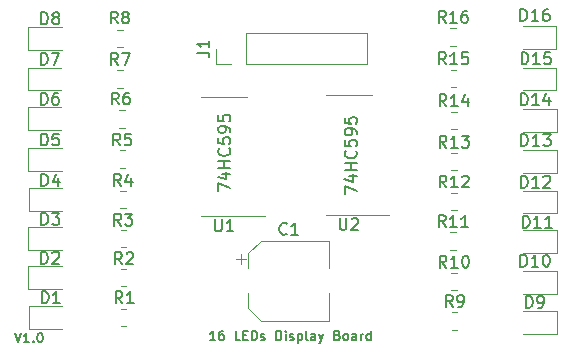
<source format=gbr>
%TF.GenerationSoftware,KiCad,Pcbnew,(6.0.4)*%
%TF.CreationDate,2022-05-29T02:27:13+01:00*%
%TF.ProjectId,16-LED Board,31362d4c-4544-4204-926f-6172642e6b69,V1.0*%
%TF.SameCoordinates,Original*%
%TF.FileFunction,Legend,Top*%
%TF.FilePolarity,Positive*%
%FSLAX46Y46*%
G04 Gerber Fmt 4.6, Leading zero omitted, Abs format (unit mm)*
G04 Created by KiCad (PCBNEW (6.0.4)) date 2022-05-29 02:27:13*
%MOMM*%
%LPD*%
G01*
G04 APERTURE LIST*
%ADD10C,0.200000*%
%ADD11C,0.150000*%
%ADD12C,0.120000*%
G04 APERTURE END LIST*
D10*
X140373895Y-118116304D02*
X139916752Y-118116304D01*
X140145323Y-118116304D02*
X140145323Y-117316304D01*
X140069133Y-117430590D01*
X139992942Y-117506780D01*
X139916752Y-117544876D01*
X141059609Y-117316304D02*
X140907228Y-117316304D01*
X140831038Y-117354400D01*
X140792942Y-117392495D01*
X140716752Y-117506780D01*
X140678657Y-117659161D01*
X140678657Y-117963923D01*
X140716752Y-118040114D01*
X140754847Y-118078209D01*
X140831038Y-118116304D01*
X140983419Y-118116304D01*
X141059609Y-118078209D01*
X141097704Y-118040114D01*
X141135800Y-117963923D01*
X141135800Y-117773447D01*
X141097704Y-117697257D01*
X141059609Y-117659161D01*
X140983419Y-117621066D01*
X140831038Y-117621066D01*
X140754847Y-117659161D01*
X140716752Y-117697257D01*
X140678657Y-117773447D01*
X142469133Y-118116304D02*
X142088180Y-118116304D01*
X142088180Y-117316304D01*
X142735800Y-117697257D02*
X143002466Y-117697257D01*
X143116752Y-118116304D02*
X142735800Y-118116304D01*
X142735800Y-117316304D01*
X143116752Y-117316304D01*
X143459609Y-118116304D02*
X143459609Y-117316304D01*
X143650085Y-117316304D01*
X143764371Y-117354400D01*
X143840561Y-117430590D01*
X143878657Y-117506780D01*
X143916752Y-117659161D01*
X143916752Y-117773447D01*
X143878657Y-117925828D01*
X143840561Y-118002019D01*
X143764371Y-118078209D01*
X143650085Y-118116304D01*
X143459609Y-118116304D01*
X144221514Y-118078209D02*
X144297704Y-118116304D01*
X144450085Y-118116304D01*
X144526276Y-118078209D01*
X144564371Y-118002019D01*
X144564371Y-117963923D01*
X144526276Y-117887733D01*
X144450085Y-117849638D01*
X144335800Y-117849638D01*
X144259609Y-117811542D01*
X144221514Y-117735352D01*
X144221514Y-117697257D01*
X144259609Y-117621066D01*
X144335800Y-117582971D01*
X144450085Y-117582971D01*
X144526276Y-117621066D01*
X145516752Y-118116304D02*
X145516752Y-117316304D01*
X145707228Y-117316304D01*
X145821514Y-117354400D01*
X145897704Y-117430590D01*
X145935800Y-117506780D01*
X145973895Y-117659161D01*
X145973895Y-117773447D01*
X145935800Y-117925828D01*
X145897704Y-118002019D01*
X145821514Y-118078209D01*
X145707228Y-118116304D01*
X145516752Y-118116304D01*
X146316752Y-118116304D02*
X146316752Y-117582971D01*
X146316752Y-117316304D02*
X146278657Y-117354400D01*
X146316752Y-117392495D01*
X146354847Y-117354400D01*
X146316752Y-117316304D01*
X146316752Y-117392495D01*
X146659609Y-118078209D02*
X146735800Y-118116304D01*
X146888180Y-118116304D01*
X146964371Y-118078209D01*
X147002466Y-118002019D01*
X147002466Y-117963923D01*
X146964371Y-117887733D01*
X146888180Y-117849638D01*
X146773895Y-117849638D01*
X146697704Y-117811542D01*
X146659609Y-117735352D01*
X146659609Y-117697257D01*
X146697704Y-117621066D01*
X146773895Y-117582971D01*
X146888180Y-117582971D01*
X146964371Y-117621066D01*
X147345323Y-117582971D02*
X147345323Y-118382971D01*
X147345323Y-117621066D02*
X147421514Y-117582971D01*
X147573895Y-117582971D01*
X147650085Y-117621066D01*
X147688180Y-117659161D01*
X147726276Y-117735352D01*
X147726276Y-117963923D01*
X147688180Y-118040114D01*
X147650085Y-118078209D01*
X147573895Y-118116304D01*
X147421514Y-118116304D01*
X147345323Y-118078209D01*
X148183419Y-118116304D02*
X148107228Y-118078209D01*
X148069133Y-118002019D01*
X148069133Y-117316304D01*
X148831038Y-118116304D02*
X148831038Y-117697257D01*
X148792942Y-117621066D01*
X148716752Y-117582971D01*
X148564371Y-117582971D01*
X148488180Y-117621066D01*
X148831038Y-118078209D02*
X148754847Y-118116304D01*
X148564371Y-118116304D01*
X148488180Y-118078209D01*
X148450085Y-118002019D01*
X148450085Y-117925828D01*
X148488180Y-117849638D01*
X148564371Y-117811542D01*
X148754847Y-117811542D01*
X148831038Y-117773447D01*
X149135800Y-117582971D02*
X149326276Y-118116304D01*
X149516752Y-117582971D02*
X149326276Y-118116304D01*
X149250085Y-118306780D01*
X149211990Y-118344876D01*
X149135800Y-118382971D01*
X150697704Y-117697257D02*
X150811990Y-117735352D01*
X150850085Y-117773447D01*
X150888180Y-117849638D01*
X150888180Y-117963923D01*
X150850085Y-118040114D01*
X150811990Y-118078209D01*
X150735800Y-118116304D01*
X150431038Y-118116304D01*
X150431038Y-117316304D01*
X150697704Y-117316304D01*
X150773895Y-117354400D01*
X150811990Y-117392495D01*
X150850085Y-117468685D01*
X150850085Y-117544876D01*
X150811990Y-117621066D01*
X150773895Y-117659161D01*
X150697704Y-117697257D01*
X150431038Y-117697257D01*
X151345323Y-118116304D02*
X151269133Y-118078209D01*
X151231038Y-118040114D01*
X151192942Y-117963923D01*
X151192942Y-117735352D01*
X151231038Y-117659161D01*
X151269133Y-117621066D01*
X151345323Y-117582971D01*
X151459609Y-117582971D01*
X151535800Y-117621066D01*
X151573895Y-117659161D01*
X151611990Y-117735352D01*
X151611990Y-117963923D01*
X151573895Y-118040114D01*
X151535800Y-118078209D01*
X151459609Y-118116304D01*
X151345323Y-118116304D01*
X152297704Y-118116304D02*
X152297704Y-117697257D01*
X152259609Y-117621066D01*
X152183419Y-117582971D01*
X152031038Y-117582971D01*
X151954847Y-117621066D01*
X152297704Y-118078209D02*
X152221514Y-118116304D01*
X152031038Y-118116304D01*
X151954847Y-118078209D01*
X151916752Y-118002019D01*
X151916752Y-117925828D01*
X151954847Y-117849638D01*
X152031038Y-117811542D01*
X152221514Y-117811542D01*
X152297704Y-117773447D01*
X152678657Y-118116304D02*
X152678657Y-117582971D01*
X152678657Y-117735352D02*
X152716752Y-117659161D01*
X152754847Y-117621066D01*
X152831038Y-117582971D01*
X152907228Y-117582971D01*
X153516752Y-118116304D02*
X153516752Y-117316304D01*
X153516752Y-118078209D02*
X153440561Y-118116304D01*
X153288180Y-118116304D01*
X153211990Y-118078209D01*
X153173895Y-118040114D01*
X153135800Y-117963923D01*
X153135800Y-117735352D01*
X153173895Y-117659161D01*
X153211990Y-117621066D01*
X153288180Y-117582971D01*
X153440561Y-117582971D01*
X153516752Y-117621066D01*
X123393352Y-117494104D02*
X123660019Y-118294104D01*
X123926685Y-117494104D01*
X124612400Y-118294104D02*
X124155257Y-118294104D01*
X124383828Y-118294104D02*
X124383828Y-117494104D01*
X124307638Y-117608390D01*
X124231447Y-117684580D01*
X124155257Y-117722676D01*
X124955257Y-118217914D02*
X124993352Y-118256009D01*
X124955257Y-118294104D01*
X124917161Y-118256009D01*
X124955257Y-118217914D01*
X124955257Y-118294104D01*
X125488590Y-117494104D02*
X125564780Y-117494104D01*
X125640971Y-117532200D01*
X125679066Y-117570295D01*
X125717161Y-117646485D01*
X125755257Y-117798866D01*
X125755257Y-117989342D01*
X125717161Y-118141723D01*
X125679066Y-118217914D01*
X125640971Y-118256009D01*
X125564780Y-118294104D01*
X125488590Y-118294104D01*
X125412400Y-118256009D01*
X125374304Y-118217914D01*
X125336209Y-118141723D01*
X125298114Y-117989342D01*
X125298114Y-117798866D01*
X125336209Y-117646485D01*
X125374304Y-117570295D01*
X125412400Y-117532200D01*
X125488590Y-117494104D01*
D11*
%TO.C,R13*%
X159935942Y-101799380D02*
X159602609Y-101323190D01*
X159364514Y-101799380D02*
X159364514Y-100799380D01*
X159745466Y-100799380D01*
X159840704Y-100847000D01*
X159888323Y-100894619D01*
X159935942Y-100989857D01*
X159935942Y-101132714D01*
X159888323Y-101227952D01*
X159840704Y-101275571D01*
X159745466Y-101323190D01*
X159364514Y-101323190D01*
X160888323Y-101799380D02*
X160316895Y-101799380D01*
X160602609Y-101799380D02*
X160602609Y-100799380D01*
X160507371Y-100942238D01*
X160412133Y-101037476D01*
X160316895Y-101085095D01*
X161221657Y-100799380D02*
X161840704Y-100799380D01*
X161507371Y-101180333D01*
X161650228Y-101180333D01*
X161745466Y-101227952D01*
X161793085Y-101275571D01*
X161840704Y-101370809D01*
X161840704Y-101608904D01*
X161793085Y-101704142D01*
X161745466Y-101751761D01*
X161650228Y-101799380D01*
X161364514Y-101799380D01*
X161269276Y-101751761D01*
X161221657Y-101704142D01*
%TO.C,D12*%
X166247914Y-105201980D02*
X166247914Y-104201980D01*
X166486009Y-104201980D01*
X166628866Y-104249600D01*
X166724104Y-104344838D01*
X166771723Y-104440076D01*
X166819342Y-104630552D01*
X166819342Y-104773409D01*
X166771723Y-104963885D01*
X166724104Y-105059123D01*
X166628866Y-105154361D01*
X166486009Y-105201980D01*
X166247914Y-105201980D01*
X167771723Y-105201980D02*
X167200295Y-105201980D01*
X167486009Y-105201980D02*
X167486009Y-104201980D01*
X167390771Y-104344838D01*
X167295533Y-104440076D01*
X167200295Y-104487695D01*
X168152676Y-104297219D02*
X168200295Y-104249600D01*
X168295533Y-104201980D01*
X168533628Y-104201980D01*
X168628866Y-104249600D01*
X168676485Y-104297219D01*
X168724104Y-104392457D01*
X168724104Y-104487695D01*
X168676485Y-104630552D01*
X168105057Y-105201980D01*
X168724104Y-105201980D01*
%TO.C,J1*%
X138859380Y-93754533D02*
X139573666Y-93754533D01*
X139716523Y-93802152D01*
X139811761Y-93897390D01*
X139859380Y-94040247D01*
X139859380Y-94135485D01*
X139859380Y-92754533D02*
X139859380Y-93325961D01*
X139859380Y-93040247D02*
X138859380Y-93040247D01*
X139002238Y-93135485D01*
X139097476Y-93230723D01*
X139145095Y-93325961D01*
%TO.C,D1*%
X125677704Y-114981980D02*
X125677704Y-113981980D01*
X125915800Y-113981980D01*
X126058657Y-114029600D01*
X126153895Y-114124838D01*
X126201514Y-114220076D01*
X126249133Y-114410552D01*
X126249133Y-114553409D01*
X126201514Y-114743885D01*
X126153895Y-114839123D01*
X126058657Y-114934361D01*
X125915800Y-114981980D01*
X125677704Y-114981980D01*
X127201514Y-114981980D02*
X126630085Y-114981980D01*
X126915800Y-114981980D02*
X126915800Y-113981980D01*
X126820561Y-114124838D01*
X126725323Y-114220076D01*
X126630085Y-114267695D01*
%TO.C,D5*%
X125626904Y-101621580D02*
X125626904Y-100621580D01*
X125865000Y-100621580D01*
X126007857Y-100669200D01*
X126103095Y-100764438D01*
X126150714Y-100859676D01*
X126198333Y-101050152D01*
X126198333Y-101193009D01*
X126150714Y-101383485D01*
X126103095Y-101478723D01*
X126007857Y-101573961D01*
X125865000Y-101621580D01*
X125626904Y-101621580D01*
X127103095Y-100621580D02*
X126626904Y-100621580D01*
X126579285Y-101097771D01*
X126626904Y-101050152D01*
X126722142Y-101002533D01*
X126960238Y-101002533D01*
X127055476Y-101050152D01*
X127103095Y-101097771D01*
X127150714Y-101193009D01*
X127150714Y-101431104D01*
X127103095Y-101526342D01*
X127055476Y-101573961D01*
X126960238Y-101621580D01*
X126722142Y-101621580D01*
X126626904Y-101573961D01*
X126579285Y-101526342D01*
%TO.C,U1*%
X140335095Y-107892180D02*
X140335095Y-108701704D01*
X140382714Y-108796942D01*
X140430333Y-108844561D01*
X140525571Y-108892180D01*
X140716047Y-108892180D01*
X140811285Y-108844561D01*
X140858904Y-108796942D01*
X140906523Y-108701704D01*
X140906523Y-107892180D01*
X141906523Y-108892180D02*
X141335095Y-108892180D01*
X141620809Y-108892180D02*
X141620809Y-107892180D01*
X141525571Y-108035038D01*
X141430333Y-108130276D01*
X141335095Y-108177895D01*
X140625580Y-105496904D02*
X140625580Y-104830238D01*
X141625580Y-105258809D01*
X140958914Y-104020714D02*
X141625580Y-104020714D01*
X140577961Y-104258809D02*
X141292247Y-104496904D01*
X141292247Y-103877857D01*
X141625580Y-103496904D02*
X140625580Y-103496904D01*
X141101771Y-103496904D02*
X141101771Y-102925476D01*
X141625580Y-102925476D02*
X140625580Y-102925476D01*
X141530342Y-101877857D02*
X141577961Y-101925476D01*
X141625580Y-102068333D01*
X141625580Y-102163571D01*
X141577961Y-102306428D01*
X141482723Y-102401666D01*
X141387485Y-102449285D01*
X141197009Y-102496904D01*
X141054152Y-102496904D01*
X140863676Y-102449285D01*
X140768438Y-102401666D01*
X140673200Y-102306428D01*
X140625580Y-102163571D01*
X140625580Y-102068333D01*
X140673200Y-101925476D01*
X140720819Y-101877857D01*
X140625580Y-100973095D02*
X140625580Y-101449285D01*
X141101771Y-101496904D01*
X141054152Y-101449285D01*
X141006533Y-101354047D01*
X141006533Y-101115952D01*
X141054152Y-101020714D01*
X141101771Y-100973095D01*
X141197009Y-100925476D01*
X141435104Y-100925476D01*
X141530342Y-100973095D01*
X141577961Y-101020714D01*
X141625580Y-101115952D01*
X141625580Y-101354047D01*
X141577961Y-101449285D01*
X141530342Y-101496904D01*
X141625580Y-100449285D02*
X141625580Y-100258809D01*
X141577961Y-100163571D01*
X141530342Y-100115952D01*
X141387485Y-100020714D01*
X141197009Y-99973095D01*
X140816057Y-99973095D01*
X140720819Y-100020714D01*
X140673200Y-100068333D01*
X140625580Y-100163571D01*
X140625580Y-100354047D01*
X140673200Y-100449285D01*
X140720819Y-100496904D01*
X140816057Y-100544523D01*
X141054152Y-100544523D01*
X141149390Y-100496904D01*
X141197009Y-100449285D01*
X141244628Y-100354047D01*
X141244628Y-100163571D01*
X141197009Y-100068333D01*
X141149390Y-100020714D01*
X141054152Y-99973095D01*
X140625580Y-99068333D02*
X140625580Y-99544523D01*
X141101771Y-99592142D01*
X141054152Y-99544523D01*
X141006533Y-99449285D01*
X141006533Y-99211190D01*
X141054152Y-99115952D01*
X141101771Y-99068333D01*
X141197009Y-99020714D01*
X141435104Y-99020714D01*
X141530342Y-99068333D01*
X141577961Y-99115952D01*
X141625580Y-99211190D01*
X141625580Y-99449285D01*
X141577961Y-99544523D01*
X141530342Y-99592142D01*
%TO.C,R7*%
X132116533Y-94787980D02*
X131783200Y-94311790D01*
X131545104Y-94787980D02*
X131545104Y-93787980D01*
X131926057Y-93787980D01*
X132021295Y-93835600D01*
X132068914Y-93883219D01*
X132116533Y-93978457D01*
X132116533Y-94121314D01*
X132068914Y-94216552D01*
X132021295Y-94264171D01*
X131926057Y-94311790D01*
X131545104Y-94311790D01*
X132449866Y-93787980D02*
X133116533Y-93787980D01*
X132687961Y-94787980D01*
%TO.C,R6*%
X132192733Y-98140780D02*
X131859400Y-97664590D01*
X131621304Y-98140780D02*
X131621304Y-97140780D01*
X132002257Y-97140780D01*
X132097495Y-97188400D01*
X132145114Y-97236019D01*
X132192733Y-97331257D01*
X132192733Y-97474114D01*
X132145114Y-97569352D01*
X132097495Y-97616971D01*
X132002257Y-97664590D01*
X131621304Y-97664590D01*
X133049876Y-97140780D02*
X132859400Y-97140780D01*
X132764161Y-97188400D01*
X132716542Y-97236019D01*
X132621304Y-97378876D01*
X132573685Y-97569352D01*
X132573685Y-97950304D01*
X132621304Y-98045542D01*
X132668923Y-98093161D01*
X132764161Y-98140780D01*
X132954638Y-98140780D01*
X133049876Y-98093161D01*
X133097495Y-98045542D01*
X133145114Y-97950304D01*
X133145114Y-97712209D01*
X133097495Y-97616971D01*
X133049876Y-97569352D01*
X132954638Y-97521733D01*
X132764161Y-97521733D01*
X132668923Y-97569352D01*
X132621304Y-97616971D01*
X132573685Y-97712209D01*
%TO.C,D10*%
X166197114Y-111882180D02*
X166197114Y-110882180D01*
X166435209Y-110882180D01*
X166578066Y-110929800D01*
X166673304Y-111025038D01*
X166720923Y-111120276D01*
X166768542Y-111310752D01*
X166768542Y-111453609D01*
X166720923Y-111644085D01*
X166673304Y-111739323D01*
X166578066Y-111834561D01*
X166435209Y-111882180D01*
X166197114Y-111882180D01*
X167720923Y-111882180D02*
X167149495Y-111882180D01*
X167435209Y-111882180D02*
X167435209Y-110882180D01*
X167339971Y-111025038D01*
X167244733Y-111120276D01*
X167149495Y-111167895D01*
X168339971Y-110882180D02*
X168435209Y-110882180D01*
X168530447Y-110929800D01*
X168578066Y-110977419D01*
X168625685Y-111072657D01*
X168673304Y-111263133D01*
X168673304Y-111501228D01*
X168625685Y-111691704D01*
X168578066Y-111786942D01*
X168530447Y-111834561D01*
X168435209Y-111882180D01*
X168339971Y-111882180D01*
X168244733Y-111834561D01*
X168197114Y-111786942D01*
X168149495Y-111691704D01*
X168101876Y-111501228D01*
X168101876Y-111263133D01*
X168149495Y-111072657D01*
X168197114Y-110977419D01*
X168244733Y-110929800D01*
X168339971Y-110882180D01*
%TO.C,R5*%
X132319733Y-101620580D02*
X131986400Y-101144390D01*
X131748304Y-101620580D02*
X131748304Y-100620580D01*
X132129257Y-100620580D01*
X132224495Y-100668200D01*
X132272114Y-100715819D01*
X132319733Y-100811057D01*
X132319733Y-100953914D01*
X132272114Y-101049152D01*
X132224495Y-101096771D01*
X132129257Y-101144390D01*
X131748304Y-101144390D01*
X133224495Y-100620580D02*
X132748304Y-100620580D01*
X132700685Y-101096771D01*
X132748304Y-101049152D01*
X132843542Y-101001533D01*
X133081638Y-101001533D01*
X133176876Y-101049152D01*
X133224495Y-101096771D01*
X133272114Y-101192009D01*
X133272114Y-101430104D01*
X133224495Y-101525342D01*
X133176876Y-101572961D01*
X133081638Y-101620580D01*
X132843542Y-101620580D01*
X132748304Y-101572961D01*
X132700685Y-101525342D01*
%TO.C,C1*%
X146416733Y-109087942D02*
X146369114Y-109135561D01*
X146226257Y-109183180D01*
X146131019Y-109183180D01*
X145988161Y-109135561D01*
X145892923Y-109040323D01*
X145845304Y-108945085D01*
X145797685Y-108754609D01*
X145797685Y-108611752D01*
X145845304Y-108421276D01*
X145892923Y-108326038D01*
X145988161Y-108230800D01*
X146131019Y-108183180D01*
X146226257Y-108183180D01*
X146369114Y-108230800D01*
X146416733Y-108278419D01*
X147369114Y-109183180D02*
X146797685Y-109183180D01*
X147083400Y-109183180D02*
X147083400Y-108183180D01*
X146988161Y-108326038D01*
X146892923Y-108421276D01*
X146797685Y-108468895D01*
%TO.C,D16*%
X166197114Y-91079580D02*
X166197114Y-90079580D01*
X166435209Y-90079580D01*
X166578066Y-90127200D01*
X166673304Y-90222438D01*
X166720923Y-90317676D01*
X166768542Y-90508152D01*
X166768542Y-90651009D01*
X166720923Y-90841485D01*
X166673304Y-90936723D01*
X166578066Y-91031961D01*
X166435209Y-91079580D01*
X166197114Y-91079580D01*
X167720923Y-91079580D02*
X167149495Y-91079580D01*
X167435209Y-91079580D02*
X167435209Y-90079580D01*
X167339971Y-90222438D01*
X167244733Y-90317676D01*
X167149495Y-90365295D01*
X168578066Y-90079580D02*
X168387590Y-90079580D01*
X168292352Y-90127200D01*
X168244733Y-90174819D01*
X168149495Y-90317676D01*
X168101876Y-90508152D01*
X168101876Y-90889104D01*
X168149495Y-90984342D01*
X168197114Y-91031961D01*
X168292352Y-91079580D01*
X168482828Y-91079580D01*
X168578066Y-91031961D01*
X168625685Y-90984342D01*
X168673304Y-90889104D01*
X168673304Y-90651009D01*
X168625685Y-90555771D01*
X168578066Y-90508152D01*
X168482828Y-90460533D01*
X168292352Y-90460533D01*
X168197114Y-90508152D01*
X168149495Y-90555771D01*
X168101876Y-90651009D01*
%TO.C,R11*%
X159859742Y-108530380D02*
X159526409Y-108054190D01*
X159288314Y-108530380D02*
X159288314Y-107530380D01*
X159669266Y-107530380D01*
X159764504Y-107578000D01*
X159812123Y-107625619D01*
X159859742Y-107720857D01*
X159859742Y-107863714D01*
X159812123Y-107958952D01*
X159764504Y-108006571D01*
X159669266Y-108054190D01*
X159288314Y-108054190D01*
X160812123Y-108530380D02*
X160240695Y-108530380D01*
X160526409Y-108530380D02*
X160526409Y-107530380D01*
X160431171Y-107673238D01*
X160335933Y-107768476D01*
X160240695Y-107816095D01*
X161764504Y-108530380D02*
X161193076Y-108530380D01*
X161478790Y-108530380D02*
X161478790Y-107530380D01*
X161383552Y-107673238D01*
X161288314Y-107768476D01*
X161193076Y-107816095D01*
%TO.C,D15*%
X166298714Y-94737180D02*
X166298714Y-93737180D01*
X166536809Y-93737180D01*
X166679666Y-93784800D01*
X166774904Y-93880038D01*
X166822523Y-93975276D01*
X166870142Y-94165752D01*
X166870142Y-94308609D01*
X166822523Y-94499085D01*
X166774904Y-94594323D01*
X166679666Y-94689561D01*
X166536809Y-94737180D01*
X166298714Y-94737180D01*
X167822523Y-94737180D02*
X167251095Y-94737180D01*
X167536809Y-94737180D02*
X167536809Y-93737180D01*
X167441571Y-93880038D01*
X167346333Y-93975276D01*
X167251095Y-94022895D01*
X168727285Y-93737180D02*
X168251095Y-93737180D01*
X168203476Y-94213371D01*
X168251095Y-94165752D01*
X168346333Y-94118133D01*
X168584428Y-94118133D01*
X168679666Y-94165752D01*
X168727285Y-94213371D01*
X168774904Y-94308609D01*
X168774904Y-94546704D01*
X168727285Y-94641942D01*
X168679666Y-94689561D01*
X168584428Y-94737180D01*
X168346333Y-94737180D01*
X168251095Y-94689561D01*
X168203476Y-94641942D01*
%TO.C,D9*%
X166673304Y-115361980D02*
X166673304Y-114361980D01*
X166911400Y-114361980D01*
X167054257Y-114409600D01*
X167149495Y-114504838D01*
X167197114Y-114600076D01*
X167244733Y-114790552D01*
X167244733Y-114933409D01*
X167197114Y-115123885D01*
X167149495Y-115219123D01*
X167054257Y-115314361D01*
X166911400Y-115361980D01*
X166673304Y-115361980D01*
X167720923Y-115361980D02*
X167911400Y-115361980D01*
X168006638Y-115314361D01*
X168054257Y-115266742D01*
X168149495Y-115123885D01*
X168197114Y-114933409D01*
X168197114Y-114552457D01*
X168149495Y-114457219D01*
X168101876Y-114409600D01*
X168006638Y-114361980D01*
X167816161Y-114361980D01*
X167720923Y-114409600D01*
X167673304Y-114457219D01*
X167625685Y-114552457D01*
X167625685Y-114790552D01*
X167673304Y-114885790D01*
X167720923Y-114933409D01*
X167816161Y-114981028D01*
X168006638Y-114981028D01*
X168101876Y-114933409D01*
X168149495Y-114885790D01*
X168197114Y-114790552D01*
%TO.C,D4*%
X125652304Y-105049580D02*
X125652304Y-104049580D01*
X125890400Y-104049580D01*
X126033257Y-104097200D01*
X126128495Y-104192438D01*
X126176114Y-104287676D01*
X126223733Y-104478152D01*
X126223733Y-104621009D01*
X126176114Y-104811485D01*
X126128495Y-104906723D01*
X126033257Y-105001961D01*
X125890400Y-105049580D01*
X125652304Y-105049580D01*
X127080876Y-104382914D02*
X127080876Y-105049580D01*
X126842780Y-104001961D02*
X126604685Y-104716247D01*
X127223733Y-104716247D01*
%TO.C,D14*%
X166247914Y-98216980D02*
X166247914Y-97216980D01*
X166486009Y-97216980D01*
X166628866Y-97264600D01*
X166724104Y-97359838D01*
X166771723Y-97455076D01*
X166819342Y-97645552D01*
X166819342Y-97788409D01*
X166771723Y-97978885D01*
X166724104Y-98074123D01*
X166628866Y-98169361D01*
X166486009Y-98216980D01*
X166247914Y-98216980D01*
X167771723Y-98216980D02*
X167200295Y-98216980D01*
X167486009Y-98216980D02*
X167486009Y-97216980D01*
X167390771Y-97359838D01*
X167295533Y-97455076D01*
X167200295Y-97502695D01*
X168628866Y-97550314D02*
X168628866Y-98216980D01*
X168390771Y-97169361D02*
X168152676Y-97883647D01*
X168771723Y-97883647D01*
%TO.C,R8*%
X132100533Y-91282780D02*
X131767200Y-90806590D01*
X131529104Y-91282780D02*
X131529104Y-90282780D01*
X131910057Y-90282780D01*
X132005295Y-90330400D01*
X132052914Y-90378019D01*
X132100533Y-90473257D01*
X132100533Y-90616114D01*
X132052914Y-90711352D01*
X132005295Y-90758971D01*
X131910057Y-90806590D01*
X131529104Y-90806590D01*
X132671961Y-90711352D02*
X132576723Y-90663733D01*
X132529104Y-90616114D01*
X132481485Y-90520876D01*
X132481485Y-90473257D01*
X132529104Y-90378019D01*
X132576723Y-90330400D01*
X132671961Y-90282780D01*
X132862438Y-90282780D01*
X132957676Y-90330400D01*
X133005295Y-90378019D01*
X133052914Y-90473257D01*
X133052914Y-90520876D01*
X133005295Y-90616114D01*
X132957676Y-90663733D01*
X132862438Y-90711352D01*
X132671961Y-90711352D01*
X132576723Y-90758971D01*
X132529104Y-90806590D01*
X132481485Y-90901828D01*
X132481485Y-91092304D01*
X132529104Y-91187542D01*
X132576723Y-91235161D01*
X132671961Y-91282780D01*
X132862438Y-91282780D01*
X132957676Y-91235161D01*
X133005295Y-91187542D01*
X133052914Y-91092304D01*
X133052914Y-90901828D01*
X133005295Y-90806590D01*
X132957676Y-90758971D01*
X132862438Y-90711352D01*
%TO.C,R2*%
X132472133Y-111678980D02*
X132138800Y-111202790D01*
X131900704Y-111678980D02*
X131900704Y-110678980D01*
X132281657Y-110678980D01*
X132376895Y-110726600D01*
X132424514Y-110774219D01*
X132472133Y-110869457D01*
X132472133Y-111012314D01*
X132424514Y-111107552D01*
X132376895Y-111155171D01*
X132281657Y-111202790D01*
X131900704Y-111202790D01*
X132853085Y-110774219D02*
X132900704Y-110726600D01*
X132995942Y-110678980D01*
X133234038Y-110678980D01*
X133329276Y-110726600D01*
X133376895Y-110774219D01*
X133424514Y-110869457D01*
X133424514Y-110964695D01*
X133376895Y-111107552D01*
X132805466Y-111678980D01*
X133424514Y-111678980D01*
%TO.C,D2*%
X125626904Y-111629180D02*
X125626904Y-110629180D01*
X125865000Y-110629180D01*
X126007857Y-110676800D01*
X126103095Y-110772038D01*
X126150714Y-110867276D01*
X126198333Y-111057752D01*
X126198333Y-111200609D01*
X126150714Y-111391085D01*
X126103095Y-111486323D01*
X126007857Y-111581561D01*
X125865000Y-111629180D01*
X125626904Y-111629180D01*
X126579285Y-110724419D02*
X126626904Y-110676800D01*
X126722142Y-110629180D01*
X126960238Y-110629180D01*
X127055476Y-110676800D01*
X127103095Y-110724419D01*
X127150714Y-110819657D01*
X127150714Y-110914895D01*
X127103095Y-111057752D01*
X126531666Y-111629180D01*
X127150714Y-111629180D01*
%TO.C,R9*%
X160462933Y-115286780D02*
X160129600Y-114810590D01*
X159891504Y-115286780D02*
X159891504Y-114286780D01*
X160272457Y-114286780D01*
X160367695Y-114334400D01*
X160415314Y-114382019D01*
X160462933Y-114477257D01*
X160462933Y-114620114D01*
X160415314Y-114715352D01*
X160367695Y-114762971D01*
X160272457Y-114810590D01*
X159891504Y-114810590D01*
X160939123Y-115286780D02*
X161129600Y-115286780D01*
X161224838Y-115239161D01*
X161272457Y-115191542D01*
X161367695Y-115048685D01*
X161415314Y-114858209D01*
X161415314Y-114477257D01*
X161367695Y-114382019D01*
X161320076Y-114334400D01*
X161224838Y-114286780D01*
X161034361Y-114286780D01*
X160939123Y-114334400D01*
X160891504Y-114382019D01*
X160843885Y-114477257D01*
X160843885Y-114715352D01*
X160891504Y-114810590D01*
X160939123Y-114858209D01*
X161034361Y-114905828D01*
X161224838Y-114905828D01*
X161320076Y-114858209D01*
X161367695Y-114810590D01*
X161415314Y-114715352D01*
%TO.C,R10*%
X159935942Y-111959380D02*
X159602609Y-111483190D01*
X159364514Y-111959380D02*
X159364514Y-110959380D01*
X159745466Y-110959380D01*
X159840704Y-111007000D01*
X159888323Y-111054619D01*
X159935942Y-111149857D01*
X159935942Y-111292714D01*
X159888323Y-111387952D01*
X159840704Y-111435571D01*
X159745466Y-111483190D01*
X159364514Y-111483190D01*
X160888323Y-111959380D02*
X160316895Y-111959380D01*
X160602609Y-111959380D02*
X160602609Y-110959380D01*
X160507371Y-111102238D01*
X160412133Y-111197476D01*
X160316895Y-111245095D01*
X161507371Y-110959380D02*
X161602609Y-110959380D01*
X161697847Y-111007000D01*
X161745466Y-111054619D01*
X161793085Y-111149857D01*
X161840704Y-111340333D01*
X161840704Y-111578428D01*
X161793085Y-111768904D01*
X161745466Y-111864142D01*
X161697847Y-111911761D01*
X161602609Y-111959380D01*
X161507371Y-111959380D01*
X161412133Y-111911761D01*
X161364514Y-111864142D01*
X161316895Y-111768904D01*
X161269276Y-111578428D01*
X161269276Y-111340333D01*
X161316895Y-111149857D01*
X161364514Y-111054619D01*
X161412133Y-111007000D01*
X161507371Y-110959380D01*
%TO.C,R1*%
X132497533Y-114980980D02*
X132164200Y-114504790D01*
X131926104Y-114980980D02*
X131926104Y-113980980D01*
X132307057Y-113980980D01*
X132402295Y-114028600D01*
X132449914Y-114076219D01*
X132497533Y-114171457D01*
X132497533Y-114314314D01*
X132449914Y-114409552D01*
X132402295Y-114457171D01*
X132307057Y-114504790D01*
X131926104Y-114504790D01*
X133449914Y-114980980D02*
X132878485Y-114980980D01*
X133164200Y-114980980D02*
X133164200Y-113980980D01*
X133068961Y-114123838D01*
X132973723Y-114219076D01*
X132878485Y-114266695D01*
%TO.C,R12*%
X159935942Y-105177580D02*
X159602609Y-104701390D01*
X159364514Y-105177580D02*
X159364514Y-104177580D01*
X159745466Y-104177580D01*
X159840704Y-104225200D01*
X159888323Y-104272819D01*
X159935942Y-104368057D01*
X159935942Y-104510914D01*
X159888323Y-104606152D01*
X159840704Y-104653771D01*
X159745466Y-104701390D01*
X159364514Y-104701390D01*
X160888323Y-105177580D02*
X160316895Y-105177580D01*
X160602609Y-105177580D02*
X160602609Y-104177580D01*
X160507371Y-104320438D01*
X160412133Y-104415676D01*
X160316895Y-104463295D01*
X161269276Y-104272819D02*
X161316895Y-104225200D01*
X161412133Y-104177580D01*
X161650228Y-104177580D01*
X161745466Y-104225200D01*
X161793085Y-104272819D01*
X161840704Y-104368057D01*
X161840704Y-104463295D01*
X161793085Y-104606152D01*
X161221657Y-105177580D01*
X161840704Y-105177580D01*
%TO.C,D7*%
X125601504Y-94788980D02*
X125601504Y-93788980D01*
X125839600Y-93788980D01*
X125982457Y-93836600D01*
X126077695Y-93931838D01*
X126125314Y-94027076D01*
X126172933Y-94217552D01*
X126172933Y-94360409D01*
X126125314Y-94550885D01*
X126077695Y-94646123D01*
X125982457Y-94741361D01*
X125839600Y-94788980D01*
X125601504Y-94788980D01*
X126506266Y-93788980D02*
X127172933Y-93788980D01*
X126744361Y-94788980D01*
%TO.C,R3*%
X132395933Y-108402380D02*
X132062600Y-107926190D01*
X131824504Y-108402380D02*
X131824504Y-107402380D01*
X132205457Y-107402380D01*
X132300695Y-107450000D01*
X132348314Y-107497619D01*
X132395933Y-107592857D01*
X132395933Y-107735714D01*
X132348314Y-107830952D01*
X132300695Y-107878571D01*
X132205457Y-107926190D01*
X131824504Y-107926190D01*
X132729266Y-107402380D02*
X133348314Y-107402380D01*
X133014980Y-107783333D01*
X133157838Y-107783333D01*
X133253076Y-107830952D01*
X133300695Y-107878571D01*
X133348314Y-107973809D01*
X133348314Y-108211904D01*
X133300695Y-108307142D01*
X133253076Y-108354761D01*
X133157838Y-108402380D01*
X132872123Y-108402380D01*
X132776885Y-108354761D01*
X132729266Y-108307142D01*
%TO.C,R16*%
X159859742Y-91232980D02*
X159526409Y-90756790D01*
X159288314Y-91232980D02*
X159288314Y-90232980D01*
X159669266Y-90232980D01*
X159764504Y-90280600D01*
X159812123Y-90328219D01*
X159859742Y-90423457D01*
X159859742Y-90566314D01*
X159812123Y-90661552D01*
X159764504Y-90709171D01*
X159669266Y-90756790D01*
X159288314Y-90756790D01*
X160812123Y-91232980D02*
X160240695Y-91232980D01*
X160526409Y-91232980D02*
X160526409Y-90232980D01*
X160431171Y-90375838D01*
X160335933Y-90471076D01*
X160240695Y-90518695D01*
X161669266Y-90232980D02*
X161478790Y-90232980D01*
X161383552Y-90280600D01*
X161335933Y-90328219D01*
X161240695Y-90471076D01*
X161193076Y-90661552D01*
X161193076Y-91042504D01*
X161240695Y-91137742D01*
X161288314Y-91185361D01*
X161383552Y-91232980D01*
X161574028Y-91232980D01*
X161669266Y-91185361D01*
X161716885Y-91137742D01*
X161764504Y-91042504D01*
X161764504Y-90804409D01*
X161716885Y-90709171D01*
X161669266Y-90661552D01*
X161574028Y-90613933D01*
X161383552Y-90613933D01*
X161288314Y-90661552D01*
X161240695Y-90709171D01*
X161193076Y-90804409D01*
%TO.C,D3*%
X125652304Y-108327180D02*
X125652304Y-107327180D01*
X125890400Y-107327180D01*
X126033257Y-107374800D01*
X126128495Y-107470038D01*
X126176114Y-107565276D01*
X126223733Y-107755752D01*
X126223733Y-107898609D01*
X126176114Y-108089085D01*
X126128495Y-108184323D01*
X126033257Y-108279561D01*
X125890400Y-108327180D01*
X125652304Y-108327180D01*
X126557066Y-107327180D02*
X127176114Y-107327180D01*
X126842780Y-107708133D01*
X126985638Y-107708133D01*
X127080876Y-107755752D01*
X127128495Y-107803371D01*
X127176114Y-107898609D01*
X127176114Y-108136704D01*
X127128495Y-108231942D01*
X127080876Y-108279561D01*
X126985638Y-108327180D01*
X126699923Y-108327180D01*
X126604685Y-108279561D01*
X126557066Y-108231942D01*
%TO.C,R14*%
X159935942Y-98294180D02*
X159602609Y-97817990D01*
X159364514Y-98294180D02*
X159364514Y-97294180D01*
X159745466Y-97294180D01*
X159840704Y-97341800D01*
X159888323Y-97389419D01*
X159935942Y-97484657D01*
X159935942Y-97627514D01*
X159888323Y-97722752D01*
X159840704Y-97770371D01*
X159745466Y-97817990D01*
X159364514Y-97817990D01*
X160888323Y-98294180D02*
X160316895Y-98294180D01*
X160602609Y-98294180D02*
X160602609Y-97294180D01*
X160507371Y-97437038D01*
X160412133Y-97532276D01*
X160316895Y-97579895D01*
X161745466Y-97627514D02*
X161745466Y-98294180D01*
X161507371Y-97246561D02*
X161269276Y-97960847D01*
X161888323Y-97960847D01*
%TO.C,D6*%
X125601504Y-98167180D02*
X125601504Y-97167180D01*
X125839600Y-97167180D01*
X125982457Y-97214800D01*
X126077695Y-97310038D01*
X126125314Y-97405276D01*
X126172933Y-97595752D01*
X126172933Y-97738609D01*
X126125314Y-97929085D01*
X126077695Y-98024323D01*
X125982457Y-98119561D01*
X125839600Y-98167180D01*
X125601504Y-98167180D01*
X127030076Y-97167180D02*
X126839600Y-97167180D01*
X126744361Y-97214800D01*
X126696742Y-97262419D01*
X126601504Y-97405276D01*
X126553885Y-97595752D01*
X126553885Y-97976704D01*
X126601504Y-98071942D01*
X126649123Y-98119561D01*
X126744361Y-98167180D01*
X126934838Y-98167180D01*
X127030076Y-98119561D01*
X127077695Y-98071942D01*
X127125314Y-97976704D01*
X127125314Y-97738609D01*
X127077695Y-97643371D01*
X127030076Y-97595752D01*
X126934838Y-97548133D01*
X126744361Y-97548133D01*
X126649123Y-97595752D01*
X126601504Y-97643371D01*
X126553885Y-97738609D01*
%TO.C,R4*%
X132370533Y-105049580D02*
X132037200Y-104573390D01*
X131799104Y-105049580D02*
X131799104Y-104049580D01*
X132180057Y-104049580D01*
X132275295Y-104097200D01*
X132322914Y-104144819D01*
X132370533Y-104240057D01*
X132370533Y-104382914D01*
X132322914Y-104478152D01*
X132275295Y-104525771D01*
X132180057Y-104573390D01*
X131799104Y-104573390D01*
X133227676Y-104382914D02*
X133227676Y-105049580D01*
X132989580Y-104001961D02*
X132751485Y-104716247D01*
X133370533Y-104716247D01*
%TO.C,D8*%
X125626904Y-91359980D02*
X125626904Y-90359980D01*
X125865000Y-90359980D01*
X126007857Y-90407600D01*
X126103095Y-90502838D01*
X126150714Y-90598076D01*
X126198333Y-90788552D01*
X126198333Y-90931409D01*
X126150714Y-91121885D01*
X126103095Y-91217123D01*
X126007857Y-91312361D01*
X125865000Y-91359980D01*
X125626904Y-91359980D01*
X126769761Y-90788552D02*
X126674523Y-90740933D01*
X126626904Y-90693314D01*
X126579285Y-90598076D01*
X126579285Y-90550457D01*
X126626904Y-90455219D01*
X126674523Y-90407600D01*
X126769761Y-90359980D01*
X126960238Y-90359980D01*
X127055476Y-90407600D01*
X127103095Y-90455219D01*
X127150714Y-90550457D01*
X127150714Y-90598076D01*
X127103095Y-90693314D01*
X127055476Y-90740933D01*
X126960238Y-90788552D01*
X126769761Y-90788552D01*
X126674523Y-90836171D01*
X126626904Y-90883790D01*
X126579285Y-90979028D01*
X126579285Y-91169504D01*
X126626904Y-91264742D01*
X126674523Y-91312361D01*
X126769761Y-91359980D01*
X126960238Y-91359980D01*
X127055476Y-91312361D01*
X127103095Y-91264742D01*
X127150714Y-91169504D01*
X127150714Y-90979028D01*
X127103095Y-90883790D01*
X127055476Y-90836171D01*
X126960238Y-90788552D01*
%TO.C,R15*%
X159885142Y-94738180D02*
X159551809Y-94261990D01*
X159313714Y-94738180D02*
X159313714Y-93738180D01*
X159694666Y-93738180D01*
X159789904Y-93785800D01*
X159837523Y-93833419D01*
X159885142Y-93928657D01*
X159885142Y-94071514D01*
X159837523Y-94166752D01*
X159789904Y-94214371D01*
X159694666Y-94261990D01*
X159313714Y-94261990D01*
X160837523Y-94738180D02*
X160266095Y-94738180D01*
X160551809Y-94738180D02*
X160551809Y-93738180D01*
X160456571Y-93881038D01*
X160361333Y-93976276D01*
X160266095Y-94023895D01*
X161742285Y-93738180D02*
X161266095Y-93738180D01*
X161218476Y-94214371D01*
X161266095Y-94166752D01*
X161361333Y-94119133D01*
X161599428Y-94119133D01*
X161694666Y-94166752D01*
X161742285Y-94214371D01*
X161789904Y-94309609D01*
X161789904Y-94547704D01*
X161742285Y-94642942D01*
X161694666Y-94690561D01*
X161599428Y-94738180D01*
X161361333Y-94738180D01*
X161266095Y-94690561D01*
X161218476Y-94642942D01*
%TO.C,D11*%
X166400314Y-108580180D02*
X166400314Y-107580180D01*
X166638409Y-107580180D01*
X166781266Y-107627800D01*
X166876504Y-107723038D01*
X166924123Y-107818276D01*
X166971742Y-108008752D01*
X166971742Y-108151609D01*
X166924123Y-108342085D01*
X166876504Y-108437323D01*
X166781266Y-108532561D01*
X166638409Y-108580180D01*
X166400314Y-108580180D01*
X167924123Y-108580180D02*
X167352695Y-108580180D01*
X167638409Y-108580180D02*
X167638409Y-107580180D01*
X167543171Y-107723038D01*
X167447933Y-107818276D01*
X167352695Y-107865895D01*
X168876504Y-108580180D02*
X168305076Y-108580180D01*
X168590790Y-108580180D02*
X168590790Y-107580180D01*
X168495552Y-107723038D01*
X168400314Y-107818276D01*
X168305076Y-107865895D01*
%TO.C,D13*%
X166273314Y-101671380D02*
X166273314Y-100671380D01*
X166511409Y-100671380D01*
X166654266Y-100719000D01*
X166749504Y-100814238D01*
X166797123Y-100909476D01*
X166844742Y-101099952D01*
X166844742Y-101242809D01*
X166797123Y-101433285D01*
X166749504Y-101528523D01*
X166654266Y-101623761D01*
X166511409Y-101671380D01*
X166273314Y-101671380D01*
X167797123Y-101671380D02*
X167225695Y-101671380D01*
X167511409Y-101671380D02*
X167511409Y-100671380D01*
X167416171Y-100814238D01*
X167320933Y-100909476D01*
X167225695Y-100957095D01*
X168130457Y-100671380D02*
X168749504Y-100671380D01*
X168416171Y-101052333D01*
X168559028Y-101052333D01*
X168654266Y-101099952D01*
X168701885Y-101147571D01*
X168749504Y-101242809D01*
X168749504Y-101480904D01*
X168701885Y-101576142D01*
X168654266Y-101623761D01*
X168559028Y-101671380D01*
X168273314Y-101671380D01*
X168178076Y-101623761D01*
X168130457Y-101576142D01*
%TO.C,U2*%
X150901495Y-107765180D02*
X150901495Y-108574704D01*
X150949114Y-108669942D01*
X150996733Y-108717561D01*
X151091971Y-108765180D01*
X151282447Y-108765180D01*
X151377685Y-108717561D01*
X151425304Y-108669942D01*
X151472923Y-108574704D01*
X151472923Y-107765180D01*
X151901495Y-107860419D02*
X151949114Y-107812800D01*
X152044352Y-107765180D01*
X152282447Y-107765180D01*
X152377685Y-107812800D01*
X152425304Y-107860419D01*
X152472923Y-107955657D01*
X152472923Y-108050895D01*
X152425304Y-108193752D01*
X151853876Y-108765180D01*
X152472923Y-108765180D01*
X151344380Y-105700104D02*
X151344380Y-105033438D01*
X152344380Y-105462009D01*
X151677714Y-104223914D02*
X152344380Y-104223914D01*
X151296761Y-104462009D02*
X152011047Y-104700104D01*
X152011047Y-104081057D01*
X152344380Y-103700104D02*
X151344380Y-103700104D01*
X151820571Y-103700104D02*
X151820571Y-103128676D01*
X152344380Y-103128676D02*
X151344380Y-103128676D01*
X152249142Y-102081057D02*
X152296761Y-102128676D01*
X152344380Y-102271533D01*
X152344380Y-102366771D01*
X152296761Y-102509628D01*
X152201523Y-102604866D01*
X152106285Y-102652485D01*
X151915809Y-102700104D01*
X151772952Y-102700104D01*
X151582476Y-102652485D01*
X151487238Y-102604866D01*
X151392000Y-102509628D01*
X151344380Y-102366771D01*
X151344380Y-102271533D01*
X151392000Y-102128676D01*
X151439619Y-102081057D01*
X151344380Y-101176295D02*
X151344380Y-101652485D01*
X151820571Y-101700104D01*
X151772952Y-101652485D01*
X151725333Y-101557247D01*
X151725333Y-101319152D01*
X151772952Y-101223914D01*
X151820571Y-101176295D01*
X151915809Y-101128676D01*
X152153904Y-101128676D01*
X152249142Y-101176295D01*
X152296761Y-101223914D01*
X152344380Y-101319152D01*
X152344380Y-101557247D01*
X152296761Y-101652485D01*
X152249142Y-101700104D01*
X152344380Y-100652485D02*
X152344380Y-100462009D01*
X152296761Y-100366771D01*
X152249142Y-100319152D01*
X152106285Y-100223914D01*
X151915809Y-100176295D01*
X151534857Y-100176295D01*
X151439619Y-100223914D01*
X151392000Y-100271533D01*
X151344380Y-100366771D01*
X151344380Y-100557247D01*
X151392000Y-100652485D01*
X151439619Y-100700104D01*
X151534857Y-100747723D01*
X151772952Y-100747723D01*
X151868190Y-100700104D01*
X151915809Y-100652485D01*
X151963428Y-100557247D01*
X151963428Y-100366771D01*
X151915809Y-100271533D01*
X151868190Y-100223914D01*
X151772952Y-100176295D01*
X151344380Y-99271533D02*
X151344380Y-99747723D01*
X151820571Y-99795342D01*
X151772952Y-99747723D01*
X151725333Y-99652485D01*
X151725333Y-99414390D01*
X151772952Y-99319152D01*
X151820571Y-99271533D01*
X151915809Y-99223914D01*
X152153904Y-99223914D01*
X152249142Y-99271533D01*
X152296761Y-99319152D01*
X152344380Y-99414390D01*
X152344380Y-99652485D01*
X152296761Y-99747723D01*
X152249142Y-99795342D01*
D12*
%TO.C,R13*%
X160351736Y-102262000D02*
X160805864Y-102262000D01*
X160351736Y-103732000D02*
X160805864Y-103732000D01*
%TO.C,D12*%
X166462200Y-107360600D02*
X169322200Y-107360600D01*
X169322200Y-107360600D02*
X169322200Y-105440600D01*
X169322200Y-105440600D02*
X166462200Y-105440600D01*
%TO.C,J1*%
X143007000Y-94751200D02*
X143007000Y-92091200D01*
X140407000Y-94751200D02*
X140407000Y-93421200D01*
X153227000Y-94751200D02*
X153227000Y-92091200D01*
X141737000Y-94751200D02*
X140407000Y-94751200D01*
X143007000Y-92091200D02*
X153227000Y-92091200D01*
X143007000Y-94751200D02*
X153227000Y-94751200D01*
%TO.C,D1*%
X124555800Y-115219600D02*
X124555800Y-117139600D01*
X124555800Y-117139600D02*
X127415800Y-117139600D01*
X127415800Y-115219600D02*
X124555800Y-115219600D01*
%TO.C,D5*%
X127365000Y-101859200D02*
X124505000Y-101859200D01*
X124505000Y-101859200D02*
X124505000Y-103779200D01*
X124505000Y-103779200D02*
X127365000Y-103779200D01*
%TO.C,U1*%
X141097000Y-97479800D02*
X143047000Y-97479800D01*
X141097000Y-107599800D02*
X144547000Y-107599800D01*
X141097000Y-107599800D02*
X139147000Y-107599800D01*
X141097000Y-97479800D02*
X139147000Y-97479800D01*
%TO.C,R7*%
X132535664Y-96721600D02*
X132081536Y-96721600D01*
X132535664Y-95251600D02*
X132081536Y-95251600D01*
%TO.C,R6*%
X132688064Y-98655200D02*
X132233936Y-98655200D01*
X132688064Y-100125200D02*
X132233936Y-100125200D01*
%TO.C,D10*%
X169271400Y-114167800D02*
X169271400Y-112247800D01*
X169271400Y-112247800D02*
X166411400Y-112247800D01*
X166411400Y-114167800D02*
X169271400Y-114167800D01*
%TO.C,R5*%
X132764264Y-103503400D02*
X132310136Y-103503400D01*
X132764264Y-102033400D02*
X132310136Y-102033400D01*
%TO.C,C1*%
X143173400Y-115426363D02*
X144237837Y-116490800D01*
X142539650Y-110839550D02*
X142539650Y-111627050D01*
X144237837Y-116490800D02*
X149993400Y-116490800D01*
X144237837Y-109670800D02*
X149993400Y-109670800D01*
X143173400Y-115426363D02*
X143173400Y-114140800D01*
X143173400Y-110735237D02*
X144237837Y-109670800D01*
X149993400Y-116490800D02*
X149993400Y-114140800D01*
X149993400Y-109670800D02*
X149993400Y-112020800D01*
X142145900Y-111233300D02*
X142933400Y-111233300D01*
X143173400Y-110735237D02*
X143173400Y-112020800D01*
%TO.C,D16*%
X169246000Y-91521400D02*
X166386000Y-91521400D01*
X166386000Y-93441400D02*
X169246000Y-93441400D01*
X169246000Y-93441400D02*
X169246000Y-91521400D01*
%TO.C,R11*%
X160275536Y-108993000D02*
X160729664Y-108993000D01*
X160275536Y-110463000D02*
X160729664Y-110463000D01*
%TO.C,D15*%
X166386000Y-96946600D02*
X169246000Y-96946600D01*
X169246000Y-96946600D02*
X169246000Y-95026600D01*
X169246000Y-95026600D02*
X166386000Y-95026600D01*
%TO.C,D9*%
X169271400Y-117546000D02*
X169271400Y-115626000D01*
X169271400Y-115626000D02*
X166411400Y-115626000D01*
X166411400Y-117546000D02*
X169271400Y-117546000D01*
%TO.C,D4*%
X124555800Y-105237400D02*
X124555800Y-107157400D01*
X124555800Y-107157400D02*
X127415800Y-107157400D01*
X127415800Y-105237400D02*
X124555800Y-105237400D01*
%TO.C,D14*%
X169296800Y-100451800D02*
X169296800Y-98531800D01*
X166436800Y-100451800D02*
X169296800Y-100451800D01*
X169296800Y-98531800D02*
X166436800Y-98531800D01*
%TO.C,R8*%
X132535664Y-93292600D02*
X132081536Y-93292600D01*
X132535664Y-91822600D02*
X132081536Y-91822600D01*
%TO.C,R2*%
X132840464Y-112066400D02*
X132386336Y-112066400D01*
X132840464Y-113536400D02*
X132386336Y-113536400D01*
%TO.C,D2*%
X127365000Y-111866800D02*
X124505000Y-111866800D01*
X124505000Y-111866800D02*
X124505000Y-113786800D01*
X124505000Y-113786800D02*
X127365000Y-113786800D01*
%TO.C,R9*%
X160402536Y-115749400D02*
X160856664Y-115749400D01*
X160402536Y-117219400D02*
X160856664Y-117219400D01*
%TO.C,R10*%
X160351736Y-112422000D02*
X160805864Y-112422000D01*
X160351736Y-113892000D02*
X160805864Y-113892000D01*
%TO.C,R1*%
X132840464Y-115444600D02*
X132386336Y-115444600D01*
X132840464Y-116914600D02*
X132386336Y-116914600D01*
%TO.C,R12*%
X160351736Y-105640200D02*
X160805864Y-105640200D01*
X160351736Y-107110200D02*
X160805864Y-107110200D01*
%TO.C,D7*%
X124479600Y-96946600D02*
X127339600Y-96946600D01*
X127339600Y-95026600D02*
X124479600Y-95026600D01*
X124479600Y-95026600D02*
X124479600Y-96946600D01*
%TO.C,R3*%
X132815064Y-110259800D02*
X132360936Y-110259800D01*
X132815064Y-108789800D02*
X132360936Y-108789800D01*
%TO.C,R16*%
X160275536Y-91695600D02*
X160729664Y-91695600D01*
X160275536Y-93165600D02*
X160729664Y-93165600D01*
%TO.C,D3*%
X127390400Y-108564800D02*
X124530400Y-108564800D01*
X124530400Y-110484800D02*
X127390400Y-110484800D01*
X124530400Y-108564800D02*
X124530400Y-110484800D01*
%TO.C,R14*%
X160351736Y-98756800D02*
X160805864Y-98756800D01*
X160351736Y-100226800D02*
X160805864Y-100226800D01*
%TO.C,D6*%
X124479600Y-98404800D02*
X124479600Y-100324800D01*
X127339600Y-98404800D02*
X124479600Y-98404800D01*
X124479600Y-100324800D02*
X127339600Y-100324800D01*
%TO.C,R4*%
X132789664Y-106932400D02*
X132335536Y-106932400D01*
X132789664Y-105462400D02*
X132335536Y-105462400D01*
%TO.C,D8*%
X124505000Y-93517600D02*
X127365000Y-93517600D01*
X127365000Y-91597600D02*
X124505000Y-91597600D01*
X124505000Y-91597600D02*
X124505000Y-93517600D01*
%TO.C,R15*%
X160300936Y-96670800D02*
X160755064Y-96670800D01*
X160300936Y-95200800D02*
X160755064Y-95200800D01*
%TO.C,D11*%
X166436800Y-110738800D02*
X169296800Y-110738800D01*
X169296800Y-108818800D02*
X166436800Y-108818800D01*
X169296800Y-110738800D02*
X169296800Y-108818800D01*
%TO.C,D13*%
X169322200Y-103957000D02*
X169322200Y-102037000D01*
X169322200Y-102037000D02*
X166462200Y-102037000D01*
X166462200Y-103957000D02*
X169322200Y-103957000D01*
%TO.C,U2*%
X151663400Y-107472800D02*
X155113400Y-107472800D01*
X151663400Y-97352800D02*
X153613400Y-97352800D01*
X151663400Y-97352800D02*
X149713400Y-97352800D01*
X151663400Y-107472800D02*
X149713400Y-107472800D01*
%TD*%
M02*

</source>
